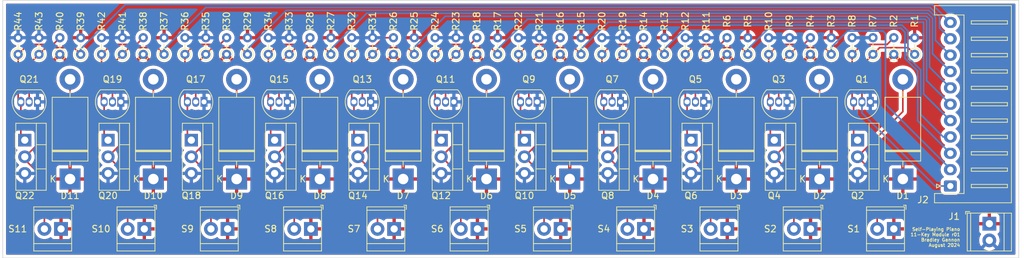
<source format=kicad_pcb>
(kicad_pcb (version 20211014) (generator pcbnew)
  (layers (0 "F.Cu" signal) (31 "B.Cu" signal) (34 "B.Paste" user) (35 "F.Paste" user) (36 "B.SilkS" user "B.Silkscreen") (37 "F.SilkS" user "F.Silkscreen") (38 "B.Mask" user) (39 "F.Mask" user) (44 "Edge.Cuts" user))
  (net 0 "")
  (net 1 "+24V")
  (net 2 "Net-(D1-Pad2)")
  (net 3 "Net-(D2-Pad2)")
  (net 4 "Net-(D3-Pad2)")
  (net 5 "Net-(D4-Pad2)")
  (net 6 "Net-(D5-Pad2)")
  (net 7 "Net-(D6-Pad2)")
  (net 8 "Net-(D7-Pad2)")
  (net 9 "Net-(D8-Pad2)")
  (net 10 "Net-(D9-Pad2)")
  (net 11 "Net-(D10-Pad2)")
  (net 12 "Net-(D11-Pad2)")
  (net 13 "GND")
  (net 14 "KEY-01")
  (net 15 "KEY-02")
  (net 16 "KEY-03")
  (net 17 "KEY-04")
  (net 18 "KEY-05")
  (net 19 "KEY-06")
  (net 20 "KEY-07")
  (net 21 "KEY-08")
  (net 22 "KEY-09")
  (net 23 "KEY-10")
  (net 24 "KEY-11")
  (net 25 "Net-(Q1-Pad3)")
  (net 26 "Net-(Q5-Pad3)")
  (net 27 "Net-(Q7-Pad3)")
  (net 28 "Net-(Q11-Pad3)")
  (net 29 "Net-(Q13-Pad3)")
  (net 30 "Net-(Q15-Pad3)")
  (net 31 "Net-(Q17-Pad3)")
  (net 32 "Net-(Q19-Pad3)")
  (net 33 "Net-(Q21-Pad3)")
  (net 34 "Net-(Q3-Pad3)")
  (net 35 "Net-(Q10-Pad1)")
  (footprint "Resistor_THT:R_Axial_DIN0204_L3.6mm_D1.6mm_P2.54mm_Vertical" (layer "F.Cu") (at 140.872804 74.295 90)
    (fp_text reference "R23")
    (fp_text value "2K2")
  )
  (footprint "Package_TO_SOT_THT:TO-220-3_Vertical" (layer "F.Cu") (at 100.515 87.405 -90)
    (fp_text reference "Q18")
    (fp_text value "IRLB8721PBF")
  )
  (footprint "Resistor_THT:R_Axial_DIN0204_L3.6mm_D1.6mm_P2.54mm_Vertical" (layer "F.Cu") (at 198.102328 74.295 90)
    (fp_text reference "R3")
    (fp_text value "15K")
  )
  (footprint "Diode_THT:D_DO-201AD_P15.24mm_Horizontal" (layer "F.Cu") (at 132.82 93.345 90)
    (fp_text reference "D7")
    (fp_text value "SB2060")
  )
  (footprint "Package_TO_SOT_THT:TO-92_Inline" (layer "F.Cu") (at 153.255 81.555 180)
    (fp_text reference "Q9")
    (fp_text value "2N7000")
  )
  (footprint "Resistor_THT:R_Axial_DIN0204_L3.6mm_D1.6mm_P2.54mm_Vertical" (layer "F.Cu") (at 105.899206 74.295 90)
    (fp_text reference "R30")
    (fp_text value "10K")
  )
  (footprint "Package_TO_SOT_THT:TO-92_Inline" (layer "F.Cu") (at 178.655 81.555 180)
    (fp_text reference "Q5")
    (fp_text value "2N7000")
  )
  (footprint "Resistor_THT:R_Axial_DIN0204_L3.6mm_D1.6mm_P2.54mm_Vertical" (layer "F.Cu") (at 169.487566 74.295 90)
    (fp_text reference "R14")
    (fp_text value "10K")
  )
  (footprint "Diode_THT:D_DO-201AD_P15.24mm_Horizontal" (layer "F.Cu") (at 209.02 93.345 90)
    (fp_text reference "D1")
    (fp_text value "SB2060")
  )
  (footprint "Diode_THT:D_DO-201AD_P15.24mm_Horizontal" (layer "F.Cu") (at 145.52 93.345 90)
    (fp_text reference "D6")
    (fp_text value "SB2060")
  )
  (footprint "TerminalBlock_TE-Connectivity:TerminalBlock_TE_282834-2_1x02_P2.54mm_Horizontal" (layer "F.Cu") (at 131.445 100.965 180)
    (fp_text reference "S7")
    (fp_text value "Solenoid")
  )
  (footprint "Resistor_THT:R_Axial_DIN0204_L3.6mm_D1.6mm_P2.54mm_Vertical" (layer "F.Cu") (at 115.43746 74.295 90)
    (fp_text reference "R33")
    (fp_text value "2K2")
  )
  (footprint "TerminalBlock_TE-Connectivity:TerminalBlock_TE_282834-2_1x02_P2.54mm_Horizontal" (layer "F.Cu") (at 182.245 100.965 180)
    (fp_text reference "S3")
    (fp_text value "Solenoid")
  )
  (footprint "Diode_THT:D_DO-201AD_P15.24mm_Horizontal" (layer "F.Cu") (at 170.92 93.345 90)
    (fp_text reference "D4")
    (fp_text value "SB2060")
  )
  (footprint "Resistor_THT:R_Axial_DIN0204_L3.6mm_D1.6mm_P2.54mm_Vertical" (layer "F.Cu") (at 179.02582 74.295 90)
    (fp_text reference "R11")
    (fp_text value "2K2")
  )
  (footprint "Package_TO_SOT_THT:TO-92_Inline" (layer "F.Cu") (at 89.755 81.555 180)
    (fp_text reference "Q19")
    (fp_text value "2N7000")
  )
  (footprint "Diode_THT:D_DO-201AD_P15.24mm_Horizontal" (layer "F.Cu") (at 183.62 93.345 90)
    (fp_text reference "D3")
    (fp_text value "SB2060")
  )
  (footprint "Resistor_THT:R_Axial_DIN0204_L3.6mm_D1.6mm_P2.54mm_Vertical" (layer "F.Cu") (at 99.54037 74.295 90)
    (fp_text reference "R36")
    (fp_text value "3K3")
  )
  (footprint "Resistor_THT:R_Axial_DIN0204_L3.6mm_D1.6mm_P2.54mm_Vertical" (layer "F.Cu") (at 188.564074 74.295 90)
    (fp_text reference "R10")
    (fp_text value "3K3")
  )
  (footprint "Resistor_THT:R_Axial_DIN0204_L3.6mm_D1.6mm_P2.54mm_Vertical" (layer "F.Cu") (at 90.002116 74.295 90)
    (fp_text reference "R41")
    (fp_text value "2K2")
  )
  (footprint "Resistor_THT:R_Axial_DIN0204_L3.6mm_D1.6mm_P2.54mm_Vertical" (layer "F.Cu") (at 121.796296 74.295 90)
    (fp_text reference "R27")
    (fp_text value "15K")
  )
  (footprint "Resistor_THT:R_Axial_DIN0204_L3.6mm_D1.6mm_P2.54mm_Vertical" (layer "F.Cu") (at 201.281746 74.295 90)
    (fp_text reference "R8")
    (fp_text value "3K3")
  )
  (footprint "Resistor_THT:R_Axial_DIN0204_L3.6mm_D1.6mm_P2.54mm_Vertical" (layer "F.Cu") (at 159.949312 74.295 90)
    (fp_text reference "R15")
    (fp_text value "15K")
  )
  (footprint "Resistor_THT:R_Axial_DIN0204_L3.6mm_D1.6mm_P2.54mm_Vertical" (layer "F.Cu") (at 137.693386 74.295 90)
    (fp_text reference "R24")
    (fp_text value "3K3")
  )
  (footprint "Diode_THT:D_DO-201AD_P15.24mm_Horizontal" (layer "F.Cu") (at 82.02 93.345 90)
    (fp_text reference "D11")
    (fp_text value "SB2060")
  )
  (footprint "Package_TO_SOT_THT:TO-92_Inline" (layer "F.Cu") (at 191.355 81.555 180)
    (fp_text reference "Q3")
    (fp_text value "2N7000")
  )
  (footprint "Resistor_THT:R_Axial_DIN0204_L3.6mm_D1.6mm_P2.54mm_Vertical" (layer "F.Cu") (at 80.463862 74.295 90)
    (fp_text reference "R40")
    (fp_text value "10K")
  )
  (footprint "Diode_THT:D_DO-201AD_P15.24mm_Horizontal" (layer "F.Cu") (at 94.72 93.345 90)
    (fp_text reference "D10")
    (fp_text value "SB2060")
  )
  (footprint "Resistor_THT:R_Axial_DIN0204_L3.6mm_D1.6mm_P2.54mm_Vertical" (layer "F.Cu") (at 172.666984 74.295 90)
    (fp_text reference "R13")
    (fp_text value "15K")
  )
  (footprint "TerminalBlock_TE-Connectivity:TerminalBlock_TE_282834-2_1x02_P2.54mm_Horizontal" (layer "F.Cu") (at 93.345 100.965 180)
    (fp_text reference "S10")
    (fp_text value "Solenoid")
  )
  (footprint "Resistor_THT:R_Axial_DIN0204_L3.6mm_D1.6mm_P2.54mm_Vertical" (layer "F.Cu") (at 147.23164 74.295 90)
    (fp_text reference "R17")
    (fp_text value "15K")
  )
  (footprint "Package_TO_SOT_THT:TO-220-3_Vertical" (layer "F.Cu") (at 164.015 87.405 -90)
    (fp_text reference "Q8")
    (fp_text value "IRLB8721PBF")
  )
  (footprint "Resistor_THT:R_Axial_DIN0204_L3.6mm_D1.6mm_P2.54mm_Vertical" (layer "F.Cu") (at 163.12873 74.295 90)
    (fp_text reference "R20")
    (fp_text value "3K3")
  )
  (footprint "Resistor_THT:R_Axial_DIN0204_L3.6mm_D1.6mm_P2.54mm_Vertical" (layer "F.Cu") (at 74.105 74.295 90)
    (fp_text reference "R44")
    (fp_text value "3K3")
  )
  (footprint "Resistor_THT:R_Axial_DIN0204_L3.6mm_D1.6mm_P2.54mm_Vertical" (layer "F.Cu") (at 182.205238 74.295 90)
    (fp_text reference "R6")
    (fp_text value "10K")
  )
  (footprint "Resistor_THT:R_Axial_DIN0204_L3.6mm_D1.6mm_P2.54mm_Vertical" (layer "F.Cu") (at 118.616878 74.295 90)
    (fp_text reference "R28")
    (fp_text value "10K")
  )
  (footprint "Resistor_THT:R_Axial_DIN0204_L3.6mm_D1.6mm_P2.54mm_Vertical" (layer "F.Cu") (at 185.384656 74.295 90)
    (fp_text reference "R5")
    (fp_text value "15K")
  )
  (footprint "Resistor_THT:R_Axial_DIN0204_L3.6mm_D1.6mm_P2.54mm_Vertical" (layer "F.Cu") (at 207.640582 74.295 90)
    (fp_text reference "R2")
    (fp_text value "10K")
  )
  (footprint "Package_TO_SOT_THT:TO-220-3_Vertical" (layer "F.Cu") (at 125.915 87.405 -90)
    (fp_text reference "Q14")
    (fp_text value "IRLB8721PBF")
  )
  (footprint "Diode_THT:D_DO-201AD_P15.24mm_Horizontal" (layer "F.Cu") (at 196.32 93.345 90)
    (fp_text reference "D2")
    (fp_text value "SB2060")
  )
  (footprint "Package_TO_SOT_THT:TO-92_Inline" (layer "F.Cu") (at 102.455 81.555 180)
    (fp_text reference "Q17")
    (fp_text value "2N7000")
  )
  (footprint "Resistor_THT:R_Axial_DIN0204_L3.6mm_D1.6mm_P2.54mm_Vertical" (layer "F.Cu") (at 77.284444 74.295 90)
    (fp_text reference "R43")
    (fp_text value "2K2")
  )
  (footprint "Package_TO_SOT_THT:TO-220-3_Vertical" (layer "F.Cu") (at 75.115 87.405 -90)
    (fp_text reference "Q22")
    (fp_text value "IRLB8721PBF")
  )
  (footprint "Resistor_THT:R_Axial_DIN0204_L3.6mm_D1.6mm_P2.54mm_Vertical" (layer "F.Cu") (at 102.719788 74.295 90)
    (fp_text reference "R35")
    (fp_text value "2K2")
  )
  (footprint "Resistor_THT:R_Axial_DIN0204_L3.6mm_D1.6mm_P2.54mm_Vertical" (layer "F.Cu") (at 134.513968 74.295 90)
    (fp_text reference "R25")
    (fp_text value "15K")
  )
  (footprint "Package_TO_SOT_THT:TO-92_Inline" (layer "F.Cu") (at 140.555 81.555 180)
    (fp_text reference "Q11")
    (fp_text value "2N7000")
  )
  (footprint "Package_TO_SOT_THT:TO-220-3_Vertical" (layer "F.Cu") (at 189.415 87.405 -90)
    (fp_text reference "Q4")
    (fp_text value "IRLB8721PBF")
  )
  (footprint "Resistor_THT:R_Axial_DIN0204_L3.6mm_D1.6mm_P2.54mm_Vertical" (layer "F.Cu") (at 128.155132 74.295 90)
    (fp_text reference "R31")
    (fp_text value "2K2")
  )
  (footprint "Resistor_THT:R_Axial_DIN0204_L3.6mm_D1.6mm_P2.54mm_Vertical" (layer "F.Cu") (at 83.64328 74.295 90)
    (fp_text reference "R39")
    (fp_text value "15K")
  )
  (footprint "TerminalBlock_TE-Connectivity:TerminalBlock_TE_282834-2_1x02_P2.54mm_Horizontal" (layer "F.Cu") (at 207.645 100.965 180)
    (fp_text reference "S1")
    (fp_text value "Solenoid")
  )
  (footprint "Resistor_THT:R_Axial_DIN0204_L3.6mm_D1.6mm_P2.54mm_Vertical" (layer "F.Cu") (at 112.258042 74.295 90)
    (fp_text reference "R34")
    (fp_text value "3K3")
  )
  (footprint "Package_TO_SOT_THT:TO-92_Inline" (layer "F.Cu") (at 204.055 81.555 180)
    (fp_text reference "Q1")
    (fp_text value "2N7000")
  )
  (footprint "TerminalBlock_TE-Connectivity:TerminalBlock_TE_282834-2_1x02_P2.54mm_Horizontal" (layer "F.Cu") (at 194.945 100.965 180)
    (fp_text reference "S2")
    (fp_text value "Solenoid")
  )
  (footprint "TerminalBlock_TE-Connectivity:TerminalBlock_TE_282834-2_1x02_P2.54mm_Horizontal" (layer "F.Cu") (at 80.645 100.965 180)
    (fp_text reference "S11")
    (fp_text value "Solenoid")
  )
  (footprint "TerminalBlock_TE-Connectivity:TerminalBlock_TE_282834-2_1x02_P2.54mm_Horizontal" (layer "F.Cu") (at 156.845 100.965 180)
    (fp_text reference "S5")
    (fp_text value "Solenoid")
  )
  (footprint "Resistor_THT:R_Axial_DIN0204_L3.6mm_D1.6mm_P2.54mm_Vertical" (layer "F.Cu") (at 194.92291 74.295 90)
    (fp_text reference "R4")
    (fp_text value "10K")
  )
  (footprint "Package_TO_SOT_THT:TO-92_Inline" (layer "F.Cu") (at 127.855 81.555 180)
    (fp_text reference "Q13")
    (fp_text value "2N7000")
  )
  (footprint "TerminalBlock_TE-Connectivity:TerminalBlock_TE_282834-2_1x02_P2.54mm_Horizontal" (layer "F.Cu") (at 222.21 100.175 -90)
    (fp_text reference "J1")
    (fp_text value "+24V")
  )
  (footprint "Package_TO_SOT_THT:TO-220-3_Vertical" (layer "F.Cu") (at 202.115 87.405 -90)
    (fp_text reference "Q2")
    (fp_text value "IRLB8721PBF")
  )
  (footprint "TerminalBlock_TE-Connectivity:TerminalBlock_TE_282834-2_1x02_P2.54mm_Horizontal" (layer "F.Cu") (at 144.145 100.965 180)
    (fp_text reference "S6")
    (fp_text value "Solenoid")
  )
  (footprint "Resistor_THT:R_Axial_DIN0204_L3.6mm_D1.6mm_P2.54mm_Vertical" (layer "F.Cu") (at 96.360952 74.295 90)
    (fp_text reference "R37")
    (fp_text value "15K")
  )
  (footprint "Resistor_THT:R_Axial_DIN0204_L3.6mm_D1.6mm_P2.54mm_Vertical" (layer "F.Cu") (at 109.078624 74.295 90)
    (fp_text reference "R29")
    (fp_text value "15K")
  )
  (footprint "Resistor_THT:R_Axial_DIN0204_L3.6mm_D1.6mm_P2.54mm_Vertical" (layer "F.Cu") (at 153.590476 74.295 90)
    (fp_text reference "R21")
    (fp_text value "2K2")
  )
  (footprint "Resistor_THT:R_Axial_DIN0204_L3.6mm_D1.6mm_P2.54mm_Vertical" (layer "F.Cu") (at 210.82 74.295 90)
    (fp_text reference "R1")
    (fp_text value "15K")
  )
  (footprint "Diode_THT:D_DO-201AD_P15.24mm_Horizontal" (layer "F.Cu") (at 120.12 93.345 90)
    (fp_text reference "D8")
    (fp_text value "SB2060")
  )
  (footprint "Resistor_THT:R_Axial_DIN0204_L3.6mm_D1.6mm_P2.54mm_Vertical" (layer "F.Cu") (at 93.181534 74.295 90)
    (fp_text reference "R38")
    (fp_text value "10K")
  )
  (footprint "Resistor_THT:R_Axial_DIN0204_L3.6mm_D1.6mm_P2.54mm_Vertical" (layer "F.Cu") (at 86.822698 74.295 90)
    (fp_text reference "R42")
    (fp_text value "3K3")
  )
  (footprint "Resistor_THT:R_Axial_DIN0204_L3.6mm_D1.6mm_P2.54mm_Vertical" (layer "F.Cu") (at 166.308148 74.295 90)
    (fp_text reference "R19")
    (fp_text value "2K2")
  )
  (footprint "Package_TO_SOT_THT:TO-92_Inline" (layer "F.Cu") (at 165.955 81.555 180)
    (fp_text reference "Q7")
    (fp_text value "2N7000")
  )
  (footprint "TerminalBlock_TE-Connectivity:TerminalBlock_TE_282834-2_1x02_P2.54mm_Horizontal" (layer "F.Cu") (at 106.045 100.965 180)
    (fp_text reference "S9")
    (fp_text value "Solenoid")
  )
  (footprint "Package_TO_SOT_THT:TO-220-3_Vertical" (layer "F.Cu") (at 138.615 87.405 -90)
    (fp_text reference "Q12")
    (fp_text value "IRLB8721PBF")
  )
  (footprint "Connector_JST:JST_XH_S11B-XH-A_1x11_P2.50mm_Horizontal" (layer "F.Cu") (at 216.26 94.415 90)
    (fp_text reference "J2")
    (fp_text value "FPGA PWM Outputs")
  )
  (footprint "TerminalBlock_TE-Connectivity:TerminalBlock_TE_282834-2_1x02_P2.54mm_Horizontal" (layer "F.Cu") (at 169.545 100.965 180)
    (fp_text reference "S4")
    (fp_text value "Solenoid")
  )
  (footprint "Diode_THT:D_DO-201AD_P15.24mm_Horizontal" (layer "F.Cu") (at 158.22 93.345 90)
    (fp_text reference "D5")
    (fp_text value "SB2060")
  )
  (footprint "Resistor_THT:R_Axial_DIN0204_L3.6mm_D1.6mm_P2.54mm_Vertical" (layer "F.Cu") (at 156.769894 74.295 90)
    (fp_text reference "R16")
    (fp_text value "10K")
  )
  (footprint "TerminalBlock_TE-Connectivity:TerminalBlock_TE_282834-2_1x02_P2.54mm_Horizontal" (layer "F.Cu") (at 118.745 100.965 180)
    (fp_text reference "S8")
    (fp_text value "Solenoid")
  )
  (footprint "Resistor_THT:R_Axial_DIN0204_L3.6mm_D1.6mm_P2.54mm_Vertical" (layer "F.Cu") (at 191.743492 74.295 90)
    (fp_text reference "R9")
    (fp_text value "2K2")
  )
  (footprint "Package_TO_SOT_THT:TO-92_Inline" (layer "F.Cu") (at 115.155 81.555 180)
    (fp_text reference "Q15")
    (fp_text value "2N7000")
  )
  (footprint "Diode_THT:D_DO-201AD_P15.24mm_Horizontal" (layer "F.Cu") (at 107.42 93.345 90)
    (fp_text reference "D9")
    (fp_text value "SB2060")
  )
  (footprint "Package_TO_SOT_THT:TO-220-3_Vertical" (layer "F.Cu") (at 113.215 87.405 -90)
    (fp_text reference "Q16")
    (fp_text value "IRLB8721PBF")
  )
  (footprint "Resistor_THT:R_Axial_DIN0204_L3.6mm_D1.6mm_P2.54mm_Vertical" (layer "F.Cu") (at 204.461164 74.295 90)
    (fp_text reference "R7")
    (fp_text value "2K2")
  )
  (footprint "Resistor_THT:R_Axial_DIN0204_L3.6mm_D1.6mm_P2.54mm_Vertical" (layer "F.Cu") (at 124.975714 74.295 90)
    (fp_text reference "R32")
    (fp_text value "3K3")
  )
  (footprint "Package_TO_SOT_THT:TO-220-3_Vertical" (layer "F.Cu") (at 176.715 87.405 -90)
    (fp_text reference "Q6")
    (fp_text value "IRLB8721PBF")
  )
  (footprint "Package_TO_SOT_THT:TO-92_Inline" (layer "F.Cu") (at 77.055 81.555 180)
    (fp_text reference "Q21")
    (fp_text value "2N7000")
  )
  (footprint "Resistor_THT:R_Axial_DIN0204_L3.6mm_D1.6mm_P2.54mm_Vertical" (layer "F.Cu") (at 150.411058 74.295 90)
    (fp_text reference "R22")
    (fp_text value "3K3")
  )
  (footprint "Package_TO_SOT_THT:TO-220-3_Vertical" (layer "F.Cu") (at 87.815 87.405 -90)
    (fp_text reference "Q20")
    (fp_text value "IRLB8721PBF")
  )
  (footprint "Resistor_THT:R_Axial_DIN0204_L3.6mm_D1.6mm_P2.54mm_Vertical" (layer "F.Cu") (at 175.846402 74.295 90)
    (fp_text reference "R12")
    (fp_text value "3K3")
  )
  (footprint "Resistor_THT:R_Axial_DIN0204_L3.6mm_D1.6mm_P2.54mm_Vertical" (layer "F.Cu") (at 131.33455 74.295 90)
    (fp_text reference "R26")
    (fp_text value "10K")
  )
  (footprint "Package_TO_SOT_THT:TO-220-3_Vertical" (layer "F.Cu") (at 151.315 87.405 -90)
    (fp_text reference "Q10")
    (fp_text value "IRLB8721PBF")
  )
  (footprint "Resistor_THT:R_Axial_DIN0204_L3.6mm_D1.6mm_P2.54mm_Vertical" (layer "F.Cu") (at 144.052222 74.295 90)
    (fp_text reference "R18")
    (fp_text value "10K")
  )
  (gr_rect (start 226.695 105.41) (end 71.755 66.04) (layer "Edge.Cuts") (width 0.1) (fill none))
  (gr_text "Self-Playing Piano\n11-Key Module r01\nBradley Gannon\nAugust 2024" (at 217.805 102.235) (layer "F.SilkS") (effects (font (size 0.5 0.5) (thickness 0.1)) (justify right)))
  (segment (start 209.02 78.105) (end 209.02 83.04) (width 0.25) (layer "F.Cu") (net 2))
  (segment (start 205.105 92.935) (end 205.105 100.965) (width 0.25) (layer "F.Cu") (net 2))
  (segment (start 202.115 89.945) (end 205.105 92.935) (width 0.25) (layer "F.Cu") (net 2))
  (segment (start 209.02 83.04) (end 202.115 89.945) (width 0.25) (layer "F.Cu") (net 2))
  (segment (start 196.32 83.04) (end 196.32 78.105) (width 0.25) (layer "F.Cu") (net 3))
  (segment (start 192.405 100.965) (end 192.405 92.935) (width 0.25) (layer "F.Cu") (net 3))
  (segment (start 189.415 89.945) (end 196.32 83.04) (width 0.25) (layer "F.Cu") (net 3))
  (segment (start 192.405 92.935) (end 189.415 89.945) (width 0.25) (layer "F.Cu") (net 3))
  (segment (start 179.705 92.935) (end 176.715 89.945) (width 0.25) (layer "F.Cu") (net 4))
  (segment (start 179.705 100.965) (end 179.705 92.935) (width 0.25) (layer "F.Cu") (net 4))
  (segment (start 176.715 89.945) (end 183.62 83.04) (width 0.25) (layer "F.Cu") (net 4))
  (segment (start 183.62 83.04) (end 183.62 78.105) (width 0.25) (layer "F.Cu") (net 4))
  (segment (start 167.005 100.965) (end 167.005 92.935) (width 0.25) (layer "F.Cu") (net 5))
  (segment (start 164.0625 89.945) (end 170.92 83.0875) (width 0.25) (layer "F.Cu") (net 5))
  (segment (start 167.005 92.935) (end 164.015 89.945) (width 0.25) (layer "F.Cu") (net 5))
  (segment (start 164.015 89.945) (end 164.0625 89.945) (width 0.25) (layer "F.Cu") (net 5))
  (segment (start 170.92 83.0875) (end 170.92 78.105) (width 0.25) (layer "F.Cu") (net 5))
  (segment (start 158.22 83.04) (end 151.315 89.945) (width 0.25) (layer "F.Cu") (net 6))
  (segment (start 158.22 78.105) (end 158.22 83.04) (width 0.25) (layer "F.Cu") (net 6))
  (segment (start 151.315 89.945) (end 154.305 92.935) (width 0.25) (layer "F.Cu") (net 6))
  (segment (start 154.305 92.935) (end 154.305 100.965) (width 0.25) (layer "F.Cu") (net 6))
  (segment (start 141.605 92.8875) (end 141.605 100.965) (width 0.25) (layer "F.Cu") (net 7))
  (segment (start 145.52 78.105) (end 145.52 83.04) (width 0.25) (layer "F.Cu") (net 7))
  (segment (start 145.52 83.04) (end 138.615 89.945) (width 0.25) (layer "F.Cu") (net 7))
  (segment (start 138.6625 89.945) (end 141.605 92.8875) (width 0.25) (layer "F.Cu") (net 7))
  (segment (start 138.615 89.945) (end 138.6625 89.945) (width 0.25) (layer "F.Cu") (net 7))
  (segment (start 128.905 92.935) (end 128.905 100.965) (width 0.25) (layer "F.Cu") (net 8))
  (segment (start 132.82 83.1025) (end 125.9775 89.945) (width 0.25) (layer "F.Cu") (net 8))
  (segment (start 125.915 89.945) (end 128.905 92.935) (width 0.25) (layer "F.Cu") (net 8))
  (segment (start 132.82 78.105) (end 132.82 83.1025) (width 0.25) (layer "F.Cu") (net 8))
  (segment (start 125.9775 89.945) (end 125.915 89.945) (width 0.25) (layer "F.Cu") (net 8))
  (segment (start 113.215 89.945) (end 113.2625 89.945) (width 0.25) (layer "F.Cu") (net 9))
  (segment (start 120.12 83.04) (end 113.215 89.945) (width 0.25) (layer "F.Cu") (net 9))
  (segment (start 116.205 92.8875) (end 116.205 100.965) (width 0.25) (layer "F.Cu") (net 9))
  (segment (start 120.12 78.105) (end 120.12 83.04) (width 0.25) (layer "F.Cu") (net 9))
  (segment (start 113.2625 89.945) (end 116.205 92.8875) (width 0.25) (layer "F.Cu") (net 9))
  (segment (start 107.42 78.105) (end 107.42 83.04) (width 0.25) (layer "F.Cu") (net 10))
  (segment (start 107.42 83.04) (end 100.515 89.945) (width 0.25) (layer "F.Cu") (net 10))
  (segment (start 103.505 100.965) (end 103.505 92.935) (width 0.25) (layer "F.Cu") (net 10))
  (segment (start 103.505 92.935) (end 100.515 89.945) (width 0.25) (layer "F.Cu") (net 10))
  (segment (start 94.72 83.04) (end 87.815 89.945) (width 0.25) (layer "F.Cu") (net 11))
  (segment (start 94.72 78.105) (end 94.72 83.04) (width 0.25) (layer "F.Cu") (net 11))
  (segment (start 87.815 89.945) (end 87.8625 89.945) (width 0.25) (layer "F.Cu") (net 11))
  (segment (start 90.805 92.8875) (end 90.805 100.965) (width 0.25) (layer "F.Cu") (net 11))
  (segment (start 87.8625 89.945) (end 90.805 92.8875) (width 0.25) (layer "F.Cu") (net 11))
  (segment (start 82.02 78.105) (end 82.02 83.1025) (width 0.25) (layer "F.Cu") (net 12))
  (segment (start 75.1775 89.945) (end 75.115 89.945) (width 0.25) (layer "F.Cu") (net 12))
  (segment (start 82.02 83.1025) (end 75.1775 89.945) (width 0.25) (layer "F.Cu") (net 12))
  (segment (start 75.115 89.945) (end 75.115 90.355) (width 0.25) (layer "F.Cu") (net 12))
  (segment (start 75.115 90.355) (end 78.105 93.345) (width 0.25) (layer "F.Cu") (net 12))
  (segment (start 78.105 93.345) (end 78.105 100.965) (width 0.25) (layer "F.Cu") (net 12))
  (segment (start 209.795 73.27) (end 205.486164 73.27) (width 0.25) (layer "F.Cu") (net 14))
  (segment (start 205.486164 73.27) (end 204.461164 74.295) (width 0.25) (layer "F.Cu") (net 14))
  (segment (start 210.82 74.295) (end 209.795 73.27) (width 0.25) (layer "F.Cu") (net 14))
  (segment (start 204.461164 74.295) (end 202.785 75.971164) (width 0.25) (layer "F.Cu") (net 14))
  (segment (start 202.785 75.971164) (end 202.785 81.555) (width 0.25) (layer "F.Cu") (net 14))
  (segment (start 202.785 81.555) (end 202.785 83.26) (width 0.25) (layer "B.Cu") (net 14))
  (segment (start 202.785 83.26) (end 213.94 94.415) (width 0.25) (layer "B.Cu") (net 14))
  (segment (start 213.94 94.415) (end 216.26 94.415) (width 0.25) (layer "B.Cu") (net 14))
  (segment (start 190.085 75.953492) (end 191.743492 74.295) (width 0.25) (layer "F.Cu") (net 15))
  (segment (start 197.077328 73.27) (end 192.768492 73.27) (width 0.25) (layer "F.Cu") (net 15))
  (segment (start 190.085 81.555) (end 190.085 75.953492) (width 0.25) (layer "F.Cu") (net 15))
  (segment (start 198.102328 74.295) (end 197.077328 73.27) (width 0.25) (layer "F.Cu") (net 15))
  (segment (start 192.768492 73.27) (end 191.743492 74.295) (width 0.25) (layer "F.Cu") (net 15))
  (segment (start 198.102328 73.204569) (end 198.102328 74.295) (width 0.25) (layer "B.Cu") (net 15))
  (segment (start 216.26 91.915) (end 216.26 91.8) (width 0.25) (layer "B.Cu") (net 15))
  (segment (start 205.985 70.73) (end 200.576897 70.73) (width 0.25) (layer "B.Cu") (net 15))
  (segment (start 200.576897 70.73) (end 198.102328 73.204569) (width 0.25) (layer "B.Cu") (net 15))
  (segment (start 216.26 91.8) (end 206.375 81.915) (width 0.25) (layer "B.Cu") (net 15))
  (segment (start 206.375 81.915) (end 206.375 71.12) (width 0.25) (layer "B.Cu") (net 15))
  (segment (start 206.375 71.12) (end 205.985 70.73) (width 0.25) (layer "B.Cu") (net 15))
  (segment (start 184.359656 73.27) (end 185.384656 74.295) (width 0.25) (layer "F.Cu") (net 16))
  (segment (start 177.385 81.555) (end 177.385 75.93582) (width 0.25) (layer "F.Cu") (net 16))
  (segment (start 177.385 75.93582) (end 179.02582 74.295) (width 0.25) (layer "F.Cu") (net 16))
  (segment (start 180.05082 73.27) (end 184.359656 73.27) (width 0.25) (layer "F.Cu") (net 16))
  (segment (start 179.02582 74.295) (end 180.05082 73.27) (width 0.25) (layer "F.Cu") (net 16))
  (segment (start 188.569505 70.3) (end 200.370501 70.3) (width 0.25) (layer "B.Cu") (net 16))
  (segment (start 211.295 84.45) (end 216.26 89.415) (width 0.25) (layer "B.Cu") (net 16))
  (segment (start 185.384656 73.484849) (end 188.569505 70.3) (width 0.25) (layer "B.Cu") (net 16))
  (segment (start 216.26 89.415) (end 215.78 89.415) (width 0.25) (layer "B.Cu") (net 16))
  (segment (start 208.703604 70.275) (end 209.345 70.916396) (width 0.25) (layer "B.Cu") (net 16))
  (segment (start 200.370501 70.3) (end 200.395501 70.275) (width 0.25) (layer "B.Cu") (net 16))
  (segment (start 200.395501 70.275) (end 208.703604 70.275) (width 0.25) (layer "B.Cu") (net 16))
  (segment (start 185.384656 74.295) (end 185.384656 73.484849) (width 0.25) (layer "B.Cu") (net 16))
  (segment (start 209.345 74.905965) (end 211.295 76.855965) (width 0.25) (layer "B.Cu") (net 16))
  (segment (start 211.295 76.855965) (end 211.295 84.45) (width 0.25) (layer "B.Cu") (net 16))
  (segment (start 209.345 70.916396) (end 209.345 74.905965) (width 0.25) (layer "B.Cu") (net 16))
  (segment (start 164.685 75.918148) (end 166.308148 74.295) (width 0.25) (layer "F.Cu") (net 17))
  (segment (start 171.641984 73.27) (end 172.666984 74.295) (width 0.25) (layer "F.Cu") (net 17))
  (segment (start 166.308148 74.295) (end 167.333148 73.27) (width 0.25) (layer "F.Cu") (net 17))
  (segment (start 167.333148 73.27) (end 171.641984 73.27) (width 0.25) (layer "F.Cu") (net 17))
  (segment (start 164.685 81.555) (end 164.685 75.918148) (width 0.25) (layer "F.Cu") (net 17))
  (segment (start 200.05 69.825) (end 176.326833 69.825) (width 0.25) (layer "B.Cu") (net 17))
  (segment (start 212.725 84.455) (end 211.745 83.475) (width 0.25) (layer "B.Cu") (net 17))
  (segment (start 209.795 71.51) (end 209.795 70.73) (width 0.25) (layer "B.Cu") (net 17))
  (segment (start 211.745 78.74) (end 211.745 76.669569) (width 0.25) (layer "B.Cu") (net 17))
  (segment (start 209.795 71.51) (end 209.795 71.330431) (width 0.25) (layer "B.Cu") (net 17))
  (segment (start 208.89 69.825) (end 206.375 69.825) (width 0.25) (layer "B.Cu") (net 17))
  (segment (start 206.375 69.825) (end 200.05 69.825) (width 0.25) (layer "B.Cu") (net 17))
  (segment (start 172.666984 73.484849) (end 172.666984 74.295) (width 0.25) (layer "B.Cu") (net 17))
  (segment (start 209.795 70.73) (end 208.89 69.825) (width 0.25) (layer "B.Cu") (net 17))
  (segment (start 209.795 74.719569) (end 209.795 71.51) (width 0.25) (layer "B.Cu") (net 17))
  (segment (start 200.05 69.825) (end 200.025 69.85) (width 0.25) (layer "B.Cu") (net 17))
  (segment (start 176.326833 69.825) (end 172.666984 73.484849) (width 0.25) (layer "B.Cu") (net 17))
  (segment (start 216.26 86.915) (end 215.185 86.915) (width 0.25) (layer "B.Cu") (net 17))
  (segment (start 215.185 86.915) (end 212.725 84.455) (width 0.25) (layer "B.Cu") (net 17))
  (segment (start 211.745 83.475) (end 211.745 78.74) (width 0.25) (layer "B.Cu") (net 17))
  (segment (start 211.745 76.669569) (end 209.795 74.719569) (width 0.25) (layer "B.Cu") (net 17))
  (segment (start 158.924312 73.27) (end 154.615476 73.27) (width 0.25) (layer "F.Cu") (net 18))
  (segment (start 154.615476 73.27) (end 153.590476 74.295) (width 0.25) (layer "F.Cu") (net 18))
  (segment (start 153.590476 74.295) (end 151.985 75.900476) (width 0.25) (layer "F.Cu") (net 18))
  (segment (start 151.985 75.900476) (end 151.985 81.555) (width 0.25) (layer "F.Cu") (net 18))
  (segment (start 159.949312 74.295) (end 158.924312 73.27) (width 0.25) (layer "F.Cu") (net 18))
  (segment (start 164.059161 69.375) (end 159.949312 73.484849) (width 0.25) (layer "B.Cu") (net 18))
  (segment (start 159.949312 73.484849) (end 159.949312 74.295) (width 0.25) (layer "B.Cu") (net 18))
  (segment (start 216.26 84.415) (end 212.195 80.35) (width 0.25) (layer "B.Cu") (net 18))
  (segment (start 212.195 69.375) (end 164.059161 69.375) (width 0.25) (layer "B.Cu") (net 18))
  (segment (start 212.195 80.35) (end 212.195 69.375) (width 0.25) (layer "B.Cu") (net 18))
  (segment (start 141.897804 73.27) (end 140.872804 74.295) (width 0.25) (layer "F.Cu") (net 19))
  (segment (start 140.872804 74.295) (end 139.285 75.882804) (width 0.25) (layer "F.Cu") (net 19))
  (segment (start 147.23164 74.295) (end 146.20664 73.27) (width 0.25) (layer "F.Cu") (net 19))
  (segment (start 146.20664 73.27) (end 141.897804 73.27) (width 0.25) (layer "F.Cu") (net 19))
  (segment (start 139.285 75.882804) (end 139.285 81.555) (width 0.25) (layer "F.Cu") (net 19))
  (segment (start 147.23164 73.484849) (end 147.23164 74.295) (width 0.25) (layer "B.Cu") (net 19))
  (segment (start 216.26 81.915) (end 212.645 78.3) (width 0.25) (layer "B.Cu") (net 19))
  (segment (start 212.429416 68.925) (end 151.791489 68.925) (width 0.25) (layer "B.Cu") (net 19))
  (segment (start 212.645 69.140584) (end 212.429416 68.925) (width 0.25) (layer "B.Cu") (net 19))
  (segment (start 212.645 78.3) (end 212.645 69.140584) (width 0.25) (layer "B.Cu") (net 19))
  (segment (start 151.791489 68.925) (end 147.23164 73.484849) (width 0.25) (layer "B.Cu") (net 19))
  (segment (start 134.513968 74.295) (end 133.488968 73.27) (width 0.25) (layer "F.Cu") (net 20))
  (segment (start 133.488968 73.27) (end 129.180132 73.27) (width 0.25) (layer "F.Cu") (net 20))
  (segment (start 129.180132 73.27) (end 128.155132 74.295) (width 0.25) (layer "F.Cu") (net 20))
  (segment (start 126.585 75.865132) (end 126.585 81.555) (width 0.25) (layer "F.Cu") (net 20))
  (segment (start 128.155132 74.295) (end 126.585 75.865132) (width 0.25) (layer "F.Cu") (net 20))
  (segment (start 213.095 68.954188) (end 212.615812 68.475) (width 0.25) (layer "B.Cu") (net 20))
  (segment (start 134.513968 73.204569) (end 134.513968 74.295) (width 0.25) (layer "B.Cu") (net 20))
  (segment (start 213.095 76.25) (end 213.095 68.954188) (width 0.25) (layer "B.Cu") (net 20))
  (segment (start 212.615812 68.475) (end 139.243537 68.475) (width 0.25) (layer "B.Cu") (net 20))
  (segment (start 216.26 79.415) (end 213.095 76.25) (width 0.25) (layer "B.Cu") (net 20))
  (segment (start 139.243537 68.475) (end 134.513968 73.204569) (width 0.25) (layer "B.Cu") (net 20))
  (segment (start 113.885 75.84746) (end 113.885 81.555) (width 0.25) (layer "F.Cu") (net 21))
  (segment (start 121.796296 74.295) (end 120.771296 73.27) (width 0.25) (layer "F.Cu") (net 21))
  (segment (start 115.43746 74.295) (end 113.885 75.84746) (width 0.25) (layer "F.Cu") (net 21))
  (segment (start 120.771296 73.27) (end 116.46246 73.27) (width 0.25) (layer "F.Cu") (net 21))
  (segment (start 116.46246 73.27) (end 115.43746 74.295) (width 0.25) (layer "F.Cu") (net 21))
  (segment (start 213.545 68.767792) (end 212.802208 68.025) (width 0.25) (layer "B.Cu") (net 21))
  (segment (start 213.545 74.2) (end 213.545 68.767792) (width 0.25) (layer "B.Cu") (net 21))
  (segment (start 127.256145 68.025) (end 121.796296 73.484849) (width 0.25) (layer "B.Cu") (net 21))
  (segment (start 216.26 76.915) (end 213.545 74.2) (width 0.25) (layer "B.Cu") (net 21))
  (segment (start 121.796296 73.484849) (end 121.796296 74.295) (width 0.25) (layer "B.Cu") (net 21))
  (segment (start 212.802208 68.025) (end 127.256145 68.025) (width 0.25) (layer "B.Cu") (net 21))
  (segment (start 101.185 81.555) (end 101.185 75.829788) (width 0.25) (layer "F.Cu") (net 22))
  (segment (start 103.744788 73.27) (end 102.719788 74.295) (width 0.25) (layer "F.Cu") (net 22))
  (segment (start 101.185 75.829788) (end 102.719788 74.295) (width 0.25) (layer "F.Cu") (net 22))
  (segment (start 108.053624 73.27) (end 103.744788 73.27) (width 0.25) (layer "F.Cu") (net 22))
  (segment (start 109.078624 74.295) (end 108.053624 73.27) (width 0.25) (layer "F.Cu") (net 22))
  (segment (start 216.26 74.415) (end 213.995 72.15) (width 0.25) (layer "B.Cu") (net 22))
  (segment (start 114.988473 67.575) (end 109.078624 73.484849) (width 0.25) (layer "B.Cu") (net 22))
  (segment (start 212.988604 67.575) (end 114.988473 67.575) (width 0.25) (layer "B.Cu") (net 22))
  (segment (start 213.995 72.15) (end 213.995 68.581396) (width 0.25) (layer "B.Cu") (net 22))
  (segment (start 213.995 68.581396) (end 212.988604 67.575) (width 0.25) (layer "B.Cu") (net 22))
  (segment (start 109.078624 73.484849) (end 109.078624 74.295) (width 0.25) (layer "B.Cu") (net 22))
  (segment (start 90.002116 74.295) (end 88.485 75.812116) (width 0.25) (layer "F.Cu") (net 23))
  (segment (start 91.027116 73.27) (end 90.002116 74.295) (width 0.25) (layer "F.Cu") (net 23))
  (segment (start 96.360952 74.295) (end 95.335952 73.27) (width 0.25) (layer "F.Cu") (net 23))
  (segment (start 88.485 75.812116) (end 88.485 81.555) (width 0.25) (layer "F.Cu") (net 23))
  (segment (start 95.335952 73.27) (end 91.027116 73.27) (width 0.25) (layer "F.Cu") (net 23))
  (segment (start 213.175 67.125) (end 214.63 68.58) (width 0.25) (layer "B.Cu") (net 23))
  (segment (start 213.175 67.125) (end 102.720801 67.125) (width 0.25) (layer "B.Cu") (net 23))
  (segment (start 96.360952 73.484849) (end 96.360952 74.295) (width 0.25) (layer "B.Cu") (net 23))
  (segment (start 102.720801 67.125) (end 96.360952 73.484849) (width 0.25) (layer "B.Cu") (net 23))
  (segment (start 214.63 70.285) (end 214.63 68.58) (width 0.25) (layer "B.Cu") (net 23))
  (segment (start 216.26 71.915) (end 214.63 70.285) (width 0.25) (layer "B.Cu") (net 23))
  (segment (start 82.61828 73.27) (end 78.309444 73.27) (width 0.25) (layer "F.Cu") (net 24))
  (segment (start 75.785 81.555) (end 75.785 75.794444) (width 0.25) (layer "F.Cu") (net 24))
  (segment (start 78.309444 73.27) (end 77.284444 74.295) (width 0.25) (layer "F.Cu") (net 24))
  (segment (start 83.64328 74.295) (end 82.61828 73.27) (width 0.25) (layer "F.Cu") (net 24))
  (segment (start 75.785 75.794444) (end 77.284444 74.295) (width 0.25) (layer "F.Cu") (net 24))
  (segment (start 213.52 66.675) (end 90.453129 66.675) (width 0.25) (layer "B.Cu") (net 24))
  (segment (start 216.26 69.415) (end 213.52 66.675) (width 0.25) (layer "B.Cu") (net 24))
  (segment (start 83.64328 73.484849) (end 83.64328 74.295) (width 0.25) (layer "B.Cu") (net 24))
  (segment (start 90.453129 66.675) (end 83.64328 73.484849) (width 0.25) (layer "B.Cu") (net 24))
  (segment (start 201.281746 81.321746) (end 201.515 81.555) (width 0.25) (layer "F.Cu") (net 25))
  (segment (start 201.281746 74.295) (end 201.281746 81.321746) (width 0.25) (layer "F.Cu") (net 25))
  (segment (start 202.796746 72.78) (end 201.281746 74.295) (width 0.25) (layer "F.Cu") (net 25))
  (segment (start 201.515 86.805) (end 202.115 87.405) (width 0.25) (layer "F.Cu") (net 25))
  (segment (start 206.615582 72.78) (end 202.796746 72.78) (width 0.25) (layer "F.Cu") (net 25))
  (segment (start 207.640582 71.755) (end 206.615582 72.78) (width 0.25) (layer "F.Cu") (net 25))
  (segment (start 201.515 81.555) (end 201.515 86.805) (width 0.25) (layer "F.Cu") (net 25))
  (segment (start 176.715 87.405) (end 176.115 86.805) (width 0.25) (layer "F.Cu") (net 26))
  (segment (start 181.180238 72.78) (end 177.361402 72.78) (width 0.25) (layer "F.Cu") (net 26))
  (segment (start 177.361402 72.78) (end 175.846402 74.295) (width 0.25) (layer "F.Cu") (net 26))
  (segment (start 175.846402 81.286402) (end 176.115 81.555) (width 0.25) (layer "F.Cu") (net 26))
  (segment (start 175.846402 74.295) (end 175.846402 81.286402) (width 0.25) (layer "F.Cu") (net 26))
  (segment (start 182.205238 71.755) (end 181.180238 72.78) (width 0.25) (layer "F.Cu") (net 26))
  (segment (start 176.115 86.805) (end 176.115 81.555) (width 0.25) (layer "F.Cu") (net 26))
  (segment (start 163.415 86.805) (end 164.015 87.405) (width 0.25) (layer "F.Cu") (net 27))
  (segment (start 163.12873 81.26873) (end 163.415 81.555) (width 0.25) (layer "F.Cu") (net 27))
  (segment (start 163.12873 74.295) (end 163.12873 81.26873) (width 0.25) (layer "F.Cu") (net 27))
  (segment (start 164.64373 72.78) (end 163.12873 74.295) (width 0.25) (layer "F.Cu") (net 27))
  (segment (start 163.415 81.555) (end 163.415 86.805) (width 0.25) (layer "F.Cu") (net 27))
  (segment (start 169.487566 71.755) (end 168.462566 72.78) (width 0.25) (layer "F.Cu") (net 27))
  (segment (start 168.462566 72.78) (end 164.64373 72.78) (width 0.25) (layer "F.Cu") (net 27))
  (segment (start 137.693386 81.233386) (end 138.015 81.555) (width 0.25) (layer "F.Cu") (net 28))
  (segment (start 138.015 86.805) (end 138.615 87.405) (width 0.25) (layer "F.Cu") (net 28))
  (segment (start 137.693386 74.295) (end 137.693386 81.233386) (width 0.25) (layer "F.Cu") (net 28))
  (segment (start 138.015 81.555) (end 138.015 86.805) (width 0.25) (layer "F.Cu") (net 28))
  (segment (start 139.208386 72.78) (end 137.693386 74.295) (width 0.25) (layer "F.Cu") (net 28))
  (segment (start 143.027222 72.78) (end 139.208386 72.78) (width 0.25) (layer "F.Cu") (net 28))
  (segment (start 144.052222 71.755) (end 143.027222 72.78) (width 0.25) (layer "F.Cu") (net 28))
  (segment (start 125.315 86.805) (end 125.315 81.555) (width 0.25) (layer "F.Cu") (net 29))
  (segment (start 129.785 71.755) (end 128.515 73.025) (width 0.25) (layer "F.Cu") (net 29))
  (segment (start 128.515 73.025) (end 126.245714 73.025) (width 0.25) (layer "F.Cu") (net 29))
  (segment (start 131.33455 71.755) (end 129.785 71.755) (width 0.25) (layer "F.Cu") (net 29))
  (segment (start 125.915 87.405) (end 125.315 86.805) (width 0.25) (layer "F.Cu") (net 29))
  (segment (start 124.975714 81.215714) (end 125.315 81.555) (width 0.25) (layer "F.Cu") (net 29))
  (segment (start 124.975714 74.295) (end 124.975714 81.215714) (width 0.25) (layer "F.Cu") (net 29))
  (segment (start 126.245714 73.025) (end 124.975714 74.295) (width 0.25) (layer "F.Cu") (net 29))
  (segment (start 112.258042 81.198042) (end 112.615 81.555) (width 0.25) (layer "F.Cu") (net 30))
  (segment (start 117.591878 72.78) (end 113.773042 72.78) (width 0.25) (layer "F.Cu") (net 30))
  (segment (start 112.615 81.555) (end 112.615 86.805) (width 0.25) (layer "F.Cu") (net 30))
  (segment (start 113.773042 72.78) (end 112.258042 74.295) (width 0.25) (layer "F.Cu") (net 30))
  (segment (start 118.616878 71.755) (end 117.591878 72.78) (width 0.25) (layer "F.Cu") (net 30))
  (segment (start 112.615 86.805) (end 113.215 87.405) (width 0.25) (layer "F.Cu") (net 30))
  (segment (start 112.258042 74.295) (end 112.258042 81.198042) (width 0.25) (layer "F.Cu") (net 30))
  (segment (start 105.899206 71.755) (end 104.874206 72.78) (width 0.25) (layer "F.Cu") (net 31))
  (segment (start 101.05537 72.78) (end 99.54037 74.295) (width 0.25) (layer "F.Cu") (net 31))
  (segment (start 100.515 87.405) (end 99.915 86.805) (width 0.25) (layer "F.Cu") (net 31))
  (segment (start 99.54037 74.295) (end 99.54037 81.18037) (width 0.25) (layer "F.Cu") (net 31))
  (segment (start 99.54037 81.18037) (end 99.915 81.555) (width 0.25) (layer "F.Cu") (net 31))
  (segment (start 99.915 86.805) (end 99.915 81.555) (width 0.25) (layer "F.Cu") (net 31))
  (segment (start 104.874206 72.78) (end 101.05537 72.78) (width 0.25) (layer "F.Cu") (net 31))
  (segment (start 92.156534 72.78) (end 88.337698 72.78) (width 0.25) (layer "F.Cu") (net 32))
  (segment (start 86.822698 74.295) (end 86.822698 81.162698) (width 0.25) (layer "F.Cu") (net 32))
  (segment (start 87.215 86.805) (end 87.815 87.405) (width 0.25) (layer "F.Cu") (net 32))
  (segment (start 88.337698 72.78) (end 86.822698 74.295) (width 0.25) (layer "F.Cu") (net 32))
  (segment (start 86.822698 81.162698) (end 87.215 81.555) (width 0.25) (layer "F.Cu") (net 32))
  (segment (start 87.215 81.555) (end 87.215 86.805) (width 0.25) (layer "F.Cu") (net 32))
  (segment (start 93.181534 71.755) (end 92.156534 72.78) (width 0.25) (layer "F.Cu") (net 32))
  (segment (start 74.515 81.555) (end 74.515 86.805) (width 0.25) (layer "F.Cu") (net 33))
  (segment (start 74.105 74.295) (end 74.105 81.145) (width 0.25) (layer "F.Cu") (net 33))
  (segment (start 79.438862 72.78) (end 75.62 72.78) (width 0.25) (layer "F.Cu") (net 33))
  (segment (start 74.515 86.805) (end 75.115 87.405) (width 0.25) (layer "F.Cu") (net 33))
  (segment (start 74.105 81.145) (end 74.515 81.555) (width 0.25) (layer "F.Cu") (net 33))
  (segment (start 80.463862 71.755) (end 79.438862 72.78) (width 0.25) (layer "F.Cu") (net 33))
  (segment (start 75.62 72.78) (end 74.105 74.295) (width 0.25) (layer "F.Cu") (net 33))
  (segment (start 193.89791 72.78) (end 190.079074 72.78) (width 0.25) (layer "F.Cu") (net 34))
  (segment (start 190.079074 72.78) (end 188.564074 74.295) (width 0.25) (layer "F.Cu") (net 34))
  (segment (start 188.815 86.805) (end 188.815 81.555) (width 0.25) (layer "F.Cu") (net 34))
  (segment (start 189.415 87.405) (end 188.815 86.805) (width 0.25) (layer "F.Cu") (net 34))
  (segment (start 188.564074 81.304074) (end 188.815 81.555) (width 0.25) (layer "F.Cu") (net 34))
  (segment (start 188.564074 74.295) (end 188.564074 81.304074) (width 0.25) (layer "F.Cu") (net 34))
  (segment (start 194.92291 71.755) (end 193.89791 72.78) (width 0.25) (layer "F.Cu") (net 34))
  (segment (start 150.715 86.805) (end 150.715 81.555) (width 0.25) (layer "F.Cu") (net 35))
  (segment (start 150.411058 81.251058) (end 150.715 81.555) (width 0.25) (layer "F.Cu") (net 35))
  (segment (start 150.411058 74.295) (end 150.411058 81.251058) (width 0.25) (layer "F.Cu") (net 35))
  (segment (start 156.769894 71.755) (end 155.744894 72.78) (width 0.25) (layer "F.Cu") (net 35))
  (segment (start 155.744894 72.78) (end 151.926058 72.78) (width 0.25) (layer "F.Cu") (net 35))
  (segment (start 151.926058 72.78) (end 150.411058 74.295) (width 0.25) (layer "F.Cu") (net 35))
  (segment (start 151.315 87.405) (end 150.715 86.805) (width 0.25) (layer "F.Cu") (net 35))
  (zone (net 1) (net_name "+24V") (layer "F.Cu") (connect_pads (clearance 0.508)) (min_thickness 0.254) (fill yes (thermal_gap 0.508) (thermal_bridge_width 0.508))
    (polygon (pts (xy 71.755 66.04) (xy 226.695 66.04) (xy 226.695 105.41) (xy 71.755 105.41)))
  )
  (zone (net 13) (net_name "GND") (layer "B.Cu") (connect_pads (clearance 0.508)) (min_thickness 0.254) (fill yes (thermal_gap 0.508) (thermal_bridge_width 0.508))
    (polygon (pts (xy 71.755 66.04) (xy 226.695 66.04) (xy 226.695 105.41) (xy 71.755 105.41)))
  )
)
</source>
